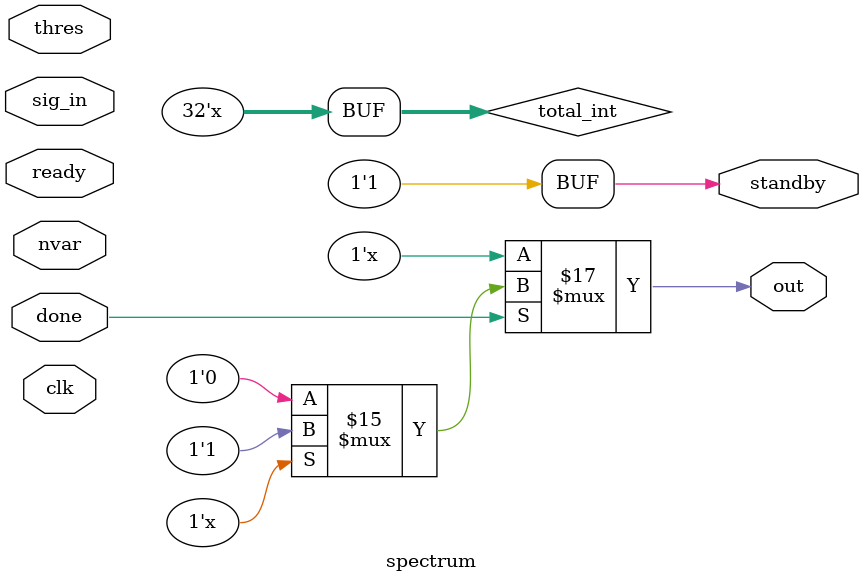
<source format=v>
module spectrum(sig_in,
				nvar,
				ready,
				done,
				standby,
				thres,
				out,
				clk
			   );
	
	input	signed	[12:0]	sig_in;
	input	signed	[11:0]	nvar;
	input					ready;
	input					done;
	input	signed	[11:0]	thres;
	inout					clk;
	output					out;
	output					standby;
	

	reg						out;
	reg						standby;
	integer 				count,total_int, comp_int ;
	reg		signed	[31:0]	total;
	
	initial
		begin
			count = 0;
			total <= 32'b0;
		end
	
	always @(sig_in or ready or done) begin
		if(ready == 1 && done == 0)
			begin
				standby <= 0;
				count = count + 1;
				total <= total + (sig_in * sig_in);
			end
		if(done == 1) 
			begin
				standby <= 0;
				total_int = total;
				comp_int = nvar*thres;
				if((32*total_int)>comp_int)
					begin
						out <= 1'b1;
					end
				else 
					begin
						out <= 1'b0;
					end
				total <= 32'b0;
				count = 0;
			end
		standby <= 1;
	end
endmodule

			
			
</source>
